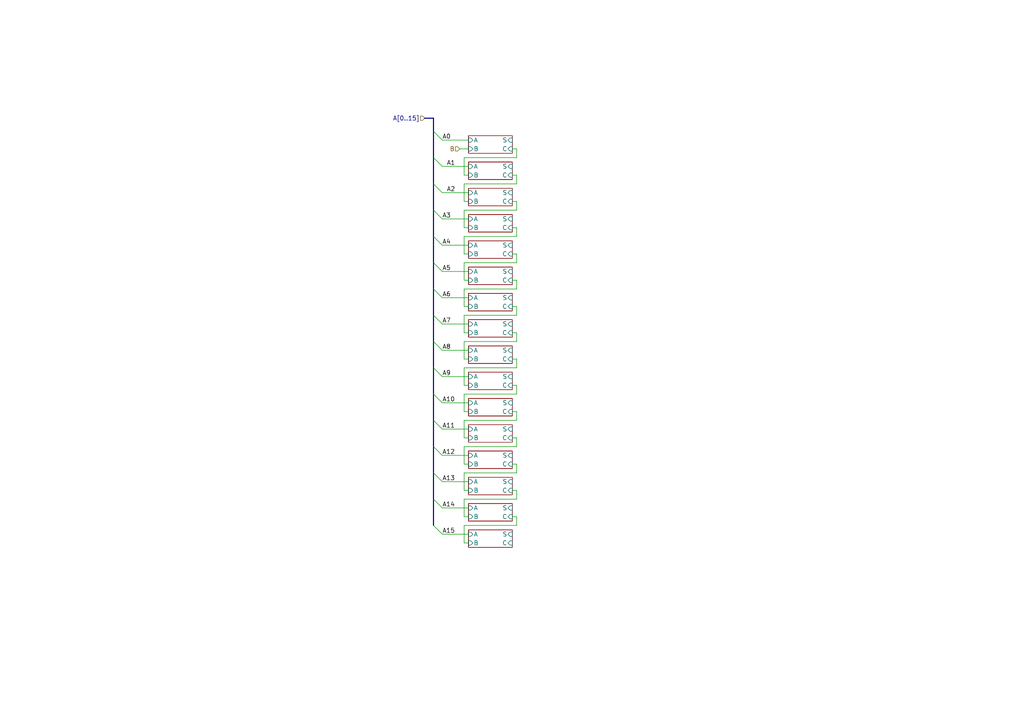
<source format=kicad_sch>
(kicad_sch
	(version 20250114)
	(generator "eeschema")
	(generator_version "9.0")
	(uuid "d715defd-84ea-46f5-81b1-e8a795572ab2")
	(paper "A4")
	(lib_symbols)
	(bus_alias "D"
		(members)
	)
	(bus_entry
		(at 125.73 60.96)
		(size 2.54 2.54)
		(stroke
			(width 0)
			(type default)
		)
		(uuid "0e3902db-c6c0-4c79-b988-32a553bceed1")
	)
	(bus_entry
		(at 125.73 114.3)
		(size 2.54 2.54)
		(stroke
			(width 0)
			(type default)
		)
		(uuid "157e249f-98bd-4e32-afdd-c78b40fefabd")
	)
	(bus_entry
		(at 125.73 53.34)
		(size 2.54 2.54)
		(stroke
			(width 0)
			(type default)
		)
		(uuid "2145514e-8da2-40b7-a47f-c37031029a62")
	)
	(bus_entry
		(at 125.73 129.54)
		(size 2.54 2.54)
		(stroke
			(width 0)
			(type default)
		)
		(uuid "3743f5ef-1720-4bee-9e4e-eabba5274507")
	)
	(bus_entry
		(at 125.73 76.2)
		(size 2.54 2.54)
		(stroke
			(width 0)
			(type default)
		)
		(uuid "37717afe-d8a8-4b1a-bda0-67db0139f4dd")
	)
	(bus_entry
		(at 125.73 152.4)
		(size 2.54 2.54)
		(stroke
			(width 0)
			(type default)
		)
		(uuid "4928cd15-87cb-45a7-ace3-7ad4f628e142")
	)
	(bus_entry
		(at 125.73 91.44)
		(size 2.54 2.54)
		(stroke
			(width 0)
			(type default)
		)
		(uuid "51b34e36-6d55-41f5-8906-41b445808ba1")
	)
	(bus_entry
		(at 125.73 144.78)
		(size 2.54 2.54)
		(stroke
			(width 0)
			(type default)
		)
		(uuid "5fad7cc1-cf9d-46e2-b26e-f5bf9f69141f")
	)
	(bus_entry
		(at 125.73 68.58)
		(size 2.54 2.54)
		(stroke
			(width 0)
			(type default)
		)
		(uuid "659aeefa-6363-44fe-ad79-100cdb936e05")
	)
	(bus_entry
		(at 125.73 137.16)
		(size 2.54 2.54)
		(stroke
			(width 0)
			(type default)
		)
		(uuid "6ee400eb-5680-4e76-b59c-82a2b95c1ed7")
	)
	(bus_entry
		(at 125.73 38.1)
		(size 2.54 2.54)
		(stroke
			(width 0)
			(type default)
		)
		(uuid "72877d26-33af-4aa5-8015-0d2d31e76c11")
	)
	(bus_entry
		(at 125.73 121.92)
		(size 2.54 2.54)
		(stroke
			(width 0)
			(type default)
		)
		(uuid "870cef4d-f8a3-4fca-b401-6b2a2aec1606")
	)
	(bus_entry
		(at 125.73 83.82)
		(size 2.54 2.54)
		(stroke
			(width 0)
			(type default)
		)
		(uuid "a1fa3a0a-ce3e-4a78-abda-23657ed0b984")
	)
	(bus_entry
		(at 125.73 99.06)
		(size 2.54 2.54)
		(stroke
			(width 0)
			(type default)
		)
		(uuid "c5684961-5815-4680-afb9-0271179b6fcf")
	)
	(bus_entry
		(at 125.73 106.68)
		(size 2.54 2.54)
		(stroke
			(width 0)
			(type default)
		)
		(uuid "d8ec2879-55e4-46be-92ad-1c0fa7998db5")
	)
	(bus_entry
		(at 125.73 45.72)
		(size 2.54 2.54)
		(stroke
			(width 0)
			(type default)
		)
		(uuid "e6da8c28-a5b0-4274-b512-1056294c9392")
	)
	(wire
		(pts
			(xy 134.62 76.2) (xy 134.62 81.28)
		)
		(stroke
			(width 0)
			(type default)
		)
		(uuid "0031803a-07b9-4ccd-9acc-c29c2ea2b641")
	)
	(wire
		(pts
			(xy 149.86 83.82) (xy 134.62 83.82)
		)
		(stroke
			(width 0)
			(type default)
		)
		(uuid "0201542c-a356-40c6-87a7-24db6f64b7df")
	)
	(wire
		(pts
			(xy 134.62 111.76) (xy 135.89 111.76)
		)
		(stroke
			(width 0)
			(type default)
		)
		(uuid "0588b992-31d6-47b0-8295-5ed2a8db5481")
	)
	(wire
		(pts
			(xy 149.86 50.8) (xy 149.86 53.34)
		)
		(stroke
			(width 0)
			(type default)
		)
		(uuid "07de1366-0661-413e-a662-8868cf693877")
	)
	(wire
		(pts
			(xy 133.35 43.18) (xy 135.89 43.18)
		)
		(stroke
			(width 0)
			(type default)
		)
		(uuid "09c70624-fd1b-49d7-81cf-728376e2e464")
	)
	(wire
		(pts
			(xy 149.86 73.66) (xy 149.86 76.2)
		)
		(stroke
			(width 0)
			(type default)
		)
		(uuid "0a927da3-8df4-4cb1-99c9-93d3f3240b0b")
	)
	(bus
		(pts
			(xy 125.73 114.3) (xy 125.73 121.92)
		)
		(stroke
			(width 0)
			(type default)
		)
		(uuid "0ba1d3af-182f-4f92-b397-a54253992447")
	)
	(wire
		(pts
			(xy 148.59 96.52) (xy 149.86 96.52)
		)
		(stroke
			(width 0)
			(type default)
		)
		(uuid "0eb01916-1441-4549-9f8b-ac42e13590b4")
	)
	(wire
		(pts
			(xy 134.62 58.42) (xy 135.89 58.42)
		)
		(stroke
			(width 0)
			(type default)
		)
		(uuid "0f35b1a3-b07d-4adc-85a9-33eaadc2dd30")
	)
	(wire
		(pts
			(xy 128.27 132.08) (xy 135.89 132.08)
		)
		(stroke
			(width 0)
			(type default)
		)
		(uuid "12ece428-5529-481c-afca-61ea1a42c814")
	)
	(wire
		(pts
			(xy 134.62 119.38) (xy 135.89 119.38)
		)
		(stroke
			(width 0)
			(type default)
		)
		(uuid "16aad01a-aca2-4476-9a7e-f652046884b6")
	)
	(wire
		(pts
			(xy 134.62 96.52) (xy 135.89 96.52)
		)
		(stroke
			(width 0)
			(type default)
		)
		(uuid "1ba06fb9-b0ad-4582-8bdd-7cb3ee352125")
	)
	(wire
		(pts
			(xy 134.62 53.34) (xy 134.62 58.42)
		)
		(stroke
			(width 0)
			(type default)
		)
		(uuid "1d6353a6-9a14-4a0e-99af-5738d6221ca9")
	)
	(bus
		(pts
			(xy 125.73 144.78) (xy 125.73 152.4)
		)
		(stroke
			(width 0)
			(type default)
		)
		(uuid "1fc50289-54bc-4bdc-b3fe-c7b5d82064d8")
	)
	(wire
		(pts
			(xy 128.27 63.5) (xy 135.89 63.5)
		)
		(stroke
			(width 0)
			(type default)
		)
		(uuid "2016b61b-8b26-43dc-bd8d-e199fbebd536")
	)
	(wire
		(pts
			(xy 134.62 152.4) (xy 134.62 157.48)
		)
		(stroke
			(width 0)
			(type default)
		)
		(uuid "202c896c-a90e-4e56-a478-57b9fa2eba86")
	)
	(wire
		(pts
			(xy 134.62 134.62) (xy 135.89 134.62)
		)
		(stroke
			(width 0)
			(type default)
		)
		(uuid "22635f08-14e8-46b4-a166-e0e22a46a0ab")
	)
	(wire
		(pts
			(xy 134.62 60.96) (xy 134.62 66.04)
		)
		(stroke
			(width 0)
			(type default)
		)
		(uuid "248a28fd-9af1-4446-a374-48a9b7e6ac46")
	)
	(wire
		(pts
			(xy 128.27 101.6) (xy 135.89 101.6)
		)
		(stroke
			(width 0)
			(type default)
		)
		(uuid "28e0a509-6238-4f88-b854-e40661b95f0f")
	)
	(wire
		(pts
			(xy 149.86 99.06) (xy 134.62 99.06)
		)
		(stroke
			(width 0)
			(type default)
		)
		(uuid "2e71ca78-bfa2-453d-8d1b-2ffa507583c8")
	)
	(wire
		(pts
			(xy 149.86 104.14) (xy 149.86 106.68)
		)
		(stroke
			(width 0)
			(type default)
		)
		(uuid "2eebba4f-0377-4b9a-8aa5-772c50d4d4c2")
	)
	(bus
		(pts
			(xy 125.73 34.29) (xy 123.19 34.29)
		)
		(stroke
			(width 0)
			(type default)
		)
		(uuid "3177af8f-478e-491b-8df7-254112f04051")
	)
	(wire
		(pts
			(xy 149.86 68.58) (xy 134.62 68.58)
		)
		(stroke
			(width 0)
			(type default)
		)
		(uuid "32c95cd8-47d1-4a11-a3c2-ec3c8d01c6cc")
	)
	(wire
		(pts
			(xy 128.27 116.84) (xy 135.89 116.84)
		)
		(stroke
			(width 0)
			(type default)
		)
		(uuid "35c2cfb2-473b-4bed-b409-5a949fb6c560")
	)
	(bus
		(pts
			(xy 125.73 91.44) (xy 125.73 99.06)
		)
		(stroke
			(width 0)
			(type default)
		)
		(uuid "35f34679-45b6-4b08-a183-f4cd182b4da6")
	)
	(wire
		(pts
			(xy 148.59 50.8) (xy 149.86 50.8)
		)
		(stroke
			(width 0)
			(type default)
		)
		(uuid "38ed369f-f78f-4c79-8267-750f3856dccb")
	)
	(wire
		(pts
			(xy 149.86 114.3) (xy 134.62 114.3)
		)
		(stroke
			(width 0)
			(type default)
		)
		(uuid "391d448d-3c21-4e18-8a41-f61795469e85")
	)
	(bus
		(pts
			(xy 125.73 68.58) (xy 125.73 76.2)
		)
		(stroke
			(width 0)
			(type default)
		)
		(uuid "3ca101e7-bf9e-4618-a3cc-8efadc8bf476")
	)
	(wire
		(pts
			(xy 149.86 53.34) (xy 134.62 53.34)
		)
		(stroke
			(width 0)
			(type default)
		)
		(uuid "3ff6ff40-3edf-4711-976b-9d168846952e")
	)
	(wire
		(pts
			(xy 149.86 60.96) (xy 134.62 60.96)
		)
		(stroke
			(width 0)
			(type default)
		)
		(uuid "43b8a003-dd71-4261-a9e2-bfe89195be1e")
	)
	(wire
		(pts
			(xy 148.59 81.28) (xy 149.86 81.28)
		)
		(stroke
			(width 0)
			(type default)
		)
		(uuid "444fb295-befc-4453-98aa-366d3533bb55")
	)
	(bus
		(pts
			(xy 125.73 129.54) (xy 125.73 137.16)
		)
		(stroke
			(width 0)
			(type default)
		)
		(uuid "45c21085-414b-4db7-87dd-c20aca692439")
	)
	(wire
		(pts
			(xy 128.27 48.26) (xy 135.89 48.26)
		)
		(stroke
			(width 0)
			(type default)
		)
		(uuid "476ae6b6-d576-4708-867c-5183472ed77b")
	)
	(wire
		(pts
			(xy 134.62 114.3) (xy 134.62 119.38)
		)
		(stroke
			(width 0)
			(type default)
		)
		(uuid "4897aafd-2e4a-4e58-9185-0bb5375986b2")
	)
	(wire
		(pts
			(xy 149.86 152.4) (xy 134.62 152.4)
		)
		(stroke
			(width 0)
			(type default)
		)
		(uuid "4b68d4de-759f-42f7-a981-68f8cee6b2c3")
	)
	(bus
		(pts
			(xy 125.73 60.96) (xy 125.73 68.58)
		)
		(stroke
			(width 0)
			(type default)
		)
		(uuid "4d174ad6-b11f-4455-9de4-0842d7f3d3a9")
	)
	(wire
		(pts
			(xy 148.59 104.14) (xy 149.86 104.14)
		)
		(stroke
			(width 0)
			(type default)
		)
		(uuid "4fae2b3b-6822-4cbe-bdf6-86bf6915c4e9")
	)
	(bus
		(pts
			(xy 125.73 83.82) (xy 125.73 91.44)
		)
		(stroke
			(width 0)
			(type default)
		)
		(uuid "4fd6bc58-73b9-4ffe-b572-fe7d32894d99")
	)
	(wire
		(pts
			(xy 128.27 109.22) (xy 135.89 109.22)
		)
		(stroke
			(width 0)
			(type default)
		)
		(uuid "563b61af-fa89-487f-9eea-30a380d06ad2")
	)
	(wire
		(pts
			(xy 149.86 142.24) (xy 149.86 144.78)
		)
		(stroke
			(width 0)
			(type default)
		)
		(uuid "5ca41508-3a2e-4b86-b615-41cc093c95f8")
	)
	(wire
		(pts
			(xy 149.86 134.62) (xy 149.86 137.16)
		)
		(stroke
			(width 0)
			(type default)
		)
		(uuid "5d235db2-a543-4d59-acd4-b9d5ffb8d574")
	)
	(wire
		(pts
			(xy 148.59 73.66) (xy 149.86 73.66)
		)
		(stroke
			(width 0)
			(type default)
		)
		(uuid "5f221d56-97b4-469d-890b-9e190198fbf8")
	)
	(wire
		(pts
			(xy 148.59 149.86) (xy 149.86 149.86)
		)
		(stroke
			(width 0)
			(type default)
		)
		(uuid "5f2fef06-43b0-41e6-9acd-e215f497a08c")
	)
	(bus
		(pts
			(xy 125.73 137.16) (xy 125.73 144.78)
		)
		(stroke
			(width 0)
			(type default)
		)
		(uuid "64076aba-3954-4f4a-820a-2e8a4cdd3b08")
	)
	(wire
		(pts
			(xy 128.27 139.7) (xy 135.89 139.7)
		)
		(stroke
			(width 0)
			(type default)
		)
		(uuid "64a25c8e-f3e0-461f-b909-094480ad33a3")
	)
	(wire
		(pts
			(xy 128.27 86.36) (xy 135.89 86.36)
		)
		(stroke
			(width 0)
			(type default)
		)
		(uuid "65676b25-333d-46d4-b4e3-029bc7f8ee3e")
	)
	(wire
		(pts
			(xy 148.59 134.62) (xy 149.86 134.62)
		)
		(stroke
			(width 0)
			(type default)
		)
		(uuid "697b45d3-50fd-4c79-ab6c-b39dc61fab52")
	)
	(wire
		(pts
			(xy 134.62 45.72) (xy 134.62 50.8)
		)
		(stroke
			(width 0)
			(type default)
		)
		(uuid "6981945f-aa92-4d9e-ab29-5c55a6ebf819")
	)
	(wire
		(pts
			(xy 134.62 142.24) (xy 135.89 142.24)
		)
		(stroke
			(width 0)
			(type default)
		)
		(uuid "6bfd71ca-616a-4818-96d8-e89986e91cc9")
	)
	(bus
		(pts
			(xy 125.73 38.1) (xy 125.73 45.72)
		)
		(stroke
			(width 0)
			(type default)
		)
		(uuid "6dd309a6-fa0d-4cb4-b883-10d8723d239a")
	)
	(bus
		(pts
			(xy 125.73 34.29) (xy 125.73 38.1)
		)
		(stroke
			(width 0)
			(type default)
		)
		(uuid "6e8be578-fd22-49a3-a1ce-c0cb2050c9e5")
	)
	(wire
		(pts
			(xy 149.86 58.42) (xy 149.86 60.96)
		)
		(stroke
			(width 0)
			(type default)
		)
		(uuid "6ee3bd88-6c15-4709-8a2c-22690f310992")
	)
	(wire
		(pts
			(xy 149.86 66.04) (xy 149.86 68.58)
		)
		(stroke
			(width 0)
			(type default)
		)
		(uuid "70978136-b5d0-4627-b728-98d5e1b8fafa")
	)
	(wire
		(pts
			(xy 148.59 142.24) (xy 149.86 142.24)
		)
		(stroke
			(width 0)
			(type default)
		)
		(uuid "72a73953-d3b7-423b-8923-12ec5ca90cd1")
	)
	(wire
		(pts
			(xy 148.59 88.9) (xy 149.86 88.9)
		)
		(stroke
			(width 0)
			(type default)
		)
		(uuid "7b46de6e-e40c-4e2e-9c96-156ba111fec4")
	)
	(wire
		(pts
			(xy 128.27 124.46) (xy 135.89 124.46)
		)
		(stroke
			(width 0)
			(type default)
		)
		(uuid "7b96433e-e636-46af-80b2-54bacac7cc81")
	)
	(wire
		(pts
			(xy 128.27 78.74) (xy 135.89 78.74)
		)
		(stroke
			(width 0)
			(type default)
		)
		(uuid "7bb5d4dd-daf4-477e-98d2-c3498a03b904")
	)
	(wire
		(pts
			(xy 149.86 144.78) (xy 134.62 144.78)
		)
		(stroke
			(width 0)
			(type default)
		)
		(uuid "7d68d526-3a35-41b2-968c-d93aea72578c")
	)
	(wire
		(pts
			(xy 134.62 121.92) (xy 134.62 127)
		)
		(stroke
			(width 0)
			(type default)
		)
		(uuid "8093f1e9-9221-4b7e-9eb4-856c8ef08079")
	)
	(wire
		(pts
			(xy 134.62 91.44) (xy 134.62 96.52)
		)
		(stroke
			(width 0)
			(type default)
		)
		(uuid "817848ed-7591-4de7-a922-8eec5683510a")
	)
	(wire
		(pts
			(xy 134.62 127) (xy 135.89 127)
		)
		(stroke
			(width 0)
			(type default)
		)
		(uuid "850fac38-c033-4d99-8497-db17af10f070")
	)
	(wire
		(pts
			(xy 149.86 149.86) (xy 149.86 152.4)
		)
		(stroke
			(width 0)
			(type default)
		)
		(uuid "86efa891-049e-4a27-807e-39f9a989c8fa")
	)
	(wire
		(pts
			(xy 134.62 157.48) (xy 135.89 157.48)
		)
		(stroke
			(width 0)
			(type default)
		)
		(uuid "8a76271e-654e-4292-a6e8-266b489c77c0")
	)
	(wire
		(pts
			(xy 134.62 149.86) (xy 135.89 149.86)
		)
		(stroke
			(width 0)
			(type default)
		)
		(uuid "8cadee2f-5529-433f-bb0f-a9aaecf94a64")
	)
	(wire
		(pts
			(xy 134.62 104.14) (xy 135.89 104.14)
		)
		(stroke
			(width 0)
			(type default)
		)
		(uuid "8de88ec7-0e3c-4117-958a-dca9a22ec0ed")
	)
	(wire
		(pts
			(xy 149.86 91.44) (xy 134.62 91.44)
		)
		(stroke
			(width 0)
			(type default)
		)
		(uuid "9134c82d-54d4-42c3-91e3-7217c607c917")
	)
	(bus
		(pts
			(xy 125.73 53.34) (xy 125.73 60.96)
		)
		(stroke
			(width 0)
			(type default)
		)
		(uuid "9542cf73-eacf-4f66-ac44-fb4f364ae259")
	)
	(wire
		(pts
			(xy 148.59 66.04) (xy 149.86 66.04)
		)
		(stroke
			(width 0)
			(type default)
		)
		(uuid "9b0c5d72-8315-49aa-8b70-241277057882")
	)
	(wire
		(pts
			(xy 134.62 50.8) (xy 135.89 50.8)
		)
		(stroke
			(width 0)
			(type default)
		)
		(uuid "9cb26f93-3aa1-4708-b259-e88ad04097a3")
	)
	(wire
		(pts
			(xy 149.86 119.38) (xy 149.86 121.92)
		)
		(stroke
			(width 0)
			(type default)
		)
		(uuid "9efc1e60-0ab6-4067-9789-d24ccab02bd2")
	)
	(wire
		(pts
			(xy 148.59 127) (xy 149.86 127)
		)
		(stroke
			(width 0)
			(type default)
		)
		(uuid "a1dddc65-c87f-42b9-ab38-2d6267fe0d81")
	)
	(wire
		(pts
			(xy 128.27 147.32) (xy 135.89 147.32)
		)
		(stroke
			(width 0)
			(type default)
		)
		(uuid "a21a37a6-f849-41b8-a3b4-8a569602b3a6")
	)
	(wire
		(pts
			(xy 128.27 154.94) (xy 135.89 154.94)
		)
		(stroke
			(width 0)
			(type default)
		)
		(uuid "a325d731-947e-4913-a108-848846e52993")
	)
	(wire
		(pts
			(xy 149.86 137.16) (xy 134.62 137.16)
		)
		(stroke
			(width 0)
			(type default)
		)
		(uuid "a8286617-ab21-4625-bba0-269c75eaaaa1")
	)
	(bus
		(pts
			(xy 125.73 45.72) (xy 125.73 53.34)
		)
		(stroke
			(width 0)
			(type default)
		)
		(uuid "a8c3db56-0d25-406d-9808-919ef4b0cbeb")
	)
	(wire
		(pts
			(xy 149.86 88.9) (xy 149.86 91.44)
		)
		(stroke
			(width 0)
			(type default)
		)
		(uuid "a8c67c43-9a9d-449c-a705-d875011a40d1")
	)
	(wire
		(pts
			(xy 134.62 83.82) (xy 134.62 88.9)
		)
		(stroke
			(width 0)
			(type default)
		)
		(uuid "a9c243b4-4a8e-4f34-8f30-b4c3d6325fc8")
	)
	(wire
		(pts
			(xy 149.86 81.28) (xy 149.86 83.82)
		)
		(stroke
			(width 0)
			(type default)
		)
		(uuid "ad8f03c0-a993-4ad3-81c4-1a493b0c5038")
	)
	(wire
		(pts
			(xy 149.86 106.68) (xy 134.62 106.68)
		)
		(stroke
			(width 0)
			(type default)
		)
		(uuid "adc692e9-1ad5-46c9-aa08-a80d9ec7659c")
	)
	(wire
		(pts
			(xy 134.62 99.06) (xy 134.62 104.14)
		)
		(stroke
			(width 0)
			(type default)
		)
		(uuid "b394878d-5021-460f-9563-658bd24d6531")
	)
	(wire
		(pts
			(xy 149.86 45.72) (xy 134.62 45.72)
		)
		(stroke
			(width 0)
			(type default)
		)
		(uuid "b3eeabed-d7a5-442c-8c7e-a16ddb60573a")
	)
	(wire
		(pts
			(xy 149.86 96.52) (xy 149.86 99.06)
		)
		(stroke
			(width 0)
			(type default)
		)
		(uuid "b854f923-1aca-4995-9170-e793d1362396")
	)
	(wire
		(pts
			(xy 134.62 129.54) (xy 134.62 134.62)
		)
		(stroke
			(width 0)
			(type default)
		)
		(uuid "ba3319a8-df47-45cf-8082-63fe0f3cd38e")
	)
	(wire
		(pts
			(xy 134.62 68.58) (xy 134.62 73.66)
		)
		(stroke
			(width 0)
			(type default)
		)
		(uuid "bd2c17c0-4bcf-4657-b373-c671fd079536")
	)
	(wire
		(pts
			(xy 134.62 88.9) (xy 135.89 88.9)
		)
		(stroke
			(width 0)
			(type default)
		)
		(uuid "bf6f43d5-88a1-404d-bab8-1271aafad807")
	)
	(wire
		(pts
			(xy 134.62 66.04) (xy 135.89 66.04)
		)
		(stroke
			(width 0)
			(type default)
		)
		(uuid "c403a3d8-763b-47ea-8e00-623b6b359090")
	)
	(wire
		(pts
			(xy 134.62 144.78) (xy 134.62 149.86)
		)
		(stroke
			(width 0)
			(type default)
		)
		(uuid "c7cca494-0448-4da8-af2a-16fca5aa2d8d")
	)
	(wire
		(pts
			(xy 149.86 43.18) (xy 149.86 45.72)
		)
		(stroke
			(width 0)
			(type default)
		)
		(uuid "c9ae7c94-7108-482a-b7c8-ba1d6ec59cda")
	)
	(wire
		(pts
			(xy 128.27 93.98) (xy 135.89 93.98)
		)
		(stroke
			(width 0)
			(type default)
		)
		(uuid "ce2b4b04-3bc0-4618-9732-6fe842919770")
	)
	(bus
		(pts
			(xy 125.73 121.92) (xy 125.73 129.54)
		)
		(stroke
			(width 0)
			(type default)
		)
		(uuid "d065359f-30d6-4e56-be1f-4530328bccf8")
	)
	(bus
		(pts
			(xy 125.73 99.06) (xy 125.73 106.68)
		)
		(stroke
			(width 0)
			(type default)
		)
		(uuid "d0cf140e-c308-4be7-b161-903dcb2fc5b6")
	)
	(wire
		(pts
			(xy 148.59 43.18) (xy 149.86 43.18)
		)
		(stroke
			(width 0)
			(type default)
		)
		(uuid "d845c4a7-196e-4705-94ca-23140e8ae810")
	)
	(wire
		(pts
			(xy 128.27 40.64) (xy 135.89 40.64)
		)
		(stroke
			(width 0)
			(type default)
		)
		(uuid "dcde8e02-da93-4c5c-84b0-24df4f942748")
	)
	(bus
		(pts
			(xy 125.73 106.68) (xy 125.73 114.3)
		)
		(stroke
			(width 0)
			(type default)
		)
		(uuid "de049aec-f256-48b6-bb14-861e8037d293")
	)
	(wire
		(pts
			(xy 134.62 73.66) (xy 135.89 73.66)
		)
		(stroke
			(width 0)
			(type default)
		)
		(uuid "e35a4c7f-aa24-4274-972a-2501235ea0f9")
	)
	(wire
		(pts
			(xy 149.86 129.54) (xy 134.62 129.54)
		)
		(stroke
			(width 0)
			(type default)
		)
		(uuid "e3d0f658-ddbd-4e01-aa23-e824f2ee4cdb")
	)
	(wire
		(pts
			(xy 149.86 76.2) (xy 134.62 76.2)
		)
		(stroke
			(width 0)
			(type default)
		)
		(uuid "e544b1fd-b635-4bdb-90bc-b961eec9274e")
	)
	(wire
		(pts
			(xy 149.86 121.92) (xy 134.62 121.92)
		)
		(stroke
			(width 0)
			(type default)
		)
		(uuid "e54eabe9-db48-4e99-a3b1-49b65ab027d1")
	)
	(wire
		(pts
			(xy 149.86 111.76) (xy 149.86 114.3)
		)
		(stroke
			(width 0)
			(type default)
		)
		(uuid "ea138e8e-7397-4611-af40-9511436c732b")
	)
	(wire
		(pts
			(xy 149.86 127) (xy 149.86 129.54)
		)
		(stroke
			(width 0)
			(type default)
		)
		(uuid "ec73d6b1-1af8-4f8f-9b5b-420a4df3660b")
	)
	(wire
		(pts
			(xy 148.59 58.42) (xy 149.86 58.42)
		)
		(stroke
			(width 0)
			(type default)
		)
		(uuid "ee7719f8-637f-48ad-93e6-b9a1277e7193")
	)
	(wire
		(pts
			(xy 128.27 55.88) (xy 135.89 55.88)
		)
		(stroke
			(width 0)
			(type default)
		)
		(uuid "efa9c4b7-cb96-48d8-9465-0a9660c43ab6")
	)
	(wire
		(pts
			(xy 148.59 111.76) (xy 149.86 111.76)
		)
		(stroke
			(width 0)
			(type default)
		)
		(uuid "f4b9353a-7840-4073-b358-d2ca7facb7c8")
	)
	(wire
		(pts
			(xy 128.27 71.12) (xy 135.89 71.12)
		)
		(stroke
			(width 0)
			(type default)
		)
		(uuid "f8461f18-a3fe-47a6-b9bf-39510e82e092")
	)
	(wire
		(pts
			(xy 134.62 81.28) (xy 135.89 81.28)
		)
		(stroke
			(width 0)
			(type default)
		)
		(uuid "f884f833-661c-4a39-b60d-39f5e2cfef7a")
	)
	(wire
		(pts
			(xy 134.62 137.16) (xy 134.62 142.24)
		)
		(stroke
			(width 0)
			(type default)
		)
		(uuid "fd2e8723-d8f4-4da0-af0f-77c68c57c4e1")
	)
	(wire
		(pts
			(xy 134.62 106.68) (xy 134.62 111.76)
		)
		(stroke
			(width 0)
			(type default)
		)
		(uuid "fd5004d0-ea4b-44e0-aea3-a01c608b0be1")
	)
	(bus
		(pts
			(xy 125.73 76.2) (xy 125.73 83.82)
		)
		(stroke
			(width 0)
			(type default)
		)
		(uuid "fe6b185a-f227-4032-a9b9-9b8cf8ce3f86")
	)
	(wire
		(pts
			(xy 148.59 119.38) (xy 149.86 119.38)
		)
		(stroke
			(width 0)
			(type default)
		)
		(uuid "fe9ae883-2a2e-43e6-b34c-aedd049f942e")
	)
	(label "A1"
		(at 129.54 48.26 0)
		(effects
			(font
				(size 1.27 1.27)
			)
			(justify left bottom)
		)
		(uuid "17208c64-3f65-48a8-8a23-64426d2e746b")
	)
	(label "A11"
		(at 128.27 124.46 0)
		(effects
			(font
				(size 1.27 1.27)
			)
			(justify left bottom)
		)
		(uuid "24e3211b-db4a-49e4-a7a5-1ad016055cb9")
	)
	(label "A7"
		(at 128.27 93.98 0)
		(effects
			(font
				(size 1.27 1.27)
			)
			(justify left bottom)
		)
		(uuid "3a2c8c33-2d64-4444-bd75-2c5d957476d7")
	)
	(label "A3"
		(at 128.27 63.5 0)
		(effects
			(font
				(size 1.27 1.27)
			)
			(justify left bottom)
		)
		(uuid "45a96374-42d6-4e88-9567-ddff6a4652f0")
	)
	(label "A0"
		(at 128.27 40.64 0)
		(effects
			(font
				(size 1.27 1.27)
			)
			(justify left bottom)
		)
		(uuid "7c486c40-11c0-4906-9f45-7583d4ce35f2")
	)
	(label "A2"
		(at 129.54 55.88 0)
		(effects
			(font
				(size 1.27 1.27)
			)
			(justify left bottom)
		)
		(uuid "88740ec1-6313-4112-83c6-d91be206bec4")
	)
	(label "A10"
		(at 128.27 116.84 0)
		(effects
			(font
				(size 1.27 1.27)
			)
			(justify left bottom)
		)
		(uuid "8efcb0c6-f744-499e-85a3-493f396409b8")
	)
	(label "A14"
		(at 128.27 147.32 0)
		(effects
			(font
				(size 1.27 1.27)
			)
			(justify left bottom)
		)
		(uuid "8f71219f-fc72-456e-b012-9380cd644d02")
	)
	(label "A4"
		(at 128.27 71.12 0)
		(effects
			(font
				(size 1.27 1.27)
			)
			(justify left bottom)
		)
		(uuid "9b847f8e-1f19-44d5-bea1-9fd3ce149fbc")
	)
	(label "A13"
		(at 128.27 139.7 0)
		(effects
			(font
				(size 1.27 1.27)
			)
			(justify left bottom)
		)
		(uuid "bcffe0b3-32ea-43f3-85f4-5a0ad1192533")
	)
	(label "A6"
		(at 128.27 86.36 0)
		(effects
			(font
				(size 1.27 1.27)
			)
			(justify left bottom)
		)
		(uuid "bd62fb42-7f6f-4d28-8b7e-5e239b618008")
	)
	(label "A9"
		(at 128.27 109.22 0)
		(effects
			(font
				(size 1.27 1.27)
			)
			(justify left bottom)
		)
		(uuid "c6d00edb-48bb-4598-b80d-56cb8acbb706")
	)
	(label "A15"
		(at 128.27 154.94 0)
		(effects
			(font
				(size 1.27 1.27)
			)
			(justify left bottom)
		)
		(uuid "d44d9339-e185-4e4e-b559-e39b2f2b6ea0")
	)
	(label "A12"
		(at 128.27 132.08 0)
		(effects
			(font
				(size 1.27 1.27)
			)
			(justify left bottom)
		)
		(uuid "da17615f-0a92-4752-8745-aae6536113b8")
	)
	(label "A5"
		(at 128.27 78.74 0)
		(effects
			(font
				(size 1.27 1.27)
			)
			(justify left bottom)
		)
		(uuid "dc4b2e11-6728-47a8-afb1-330f2f6960d5")
	)
	(label "A8"
		(at 128.27 101.6 0)
		(effects
			(font
				(size 1.27 1.27)
			)
			(justify left bottom)
		)
		(uuid "de7f6b74-7690-4cc0-becb-aae890254a60")
	)
	(hierarchical_label "A[0..15]"
		(shape input)
		(at 123.19 34.29 180)
		(effects
			(font
				(size 1.27 1.27)
			)
			(justify right)
		)
		(uuid "186e1903-4ed7-40b2-93c1-3813cfb5f554")
	)
	(hierarchical_label "B"
		(shape input)
		(at 133.35 43.18 180)
		(effects
			(font
				(size 1.27 1.27)
			)
			(justify right)
		)
		(uuid "84c2c008-c1ba-4723-ae99-5682c8d45d8d")
	)
	(sheet
		(at 135.89 138.43)
		(size 12.7 5.08)
		(exclude_from_sim no)
		(in_bom yes)
		(on_board yes)
		(dnp no)
		(fields_autoplaced yes)
		(stroke
			(width 0.1524)
			(type solid)
		)
		(fill
			(color 0 0 0 0.0000)
		)
		(uuid "02b482c5-966b-44a5-8fad-4ca94e0f1dc0")
		(property "Sheetname" "half_adder_1_14"
			(at 135.89 137.7184 0)
			(effects
				(font
					(size 1.27 1.27)
				)
				(justify left bottom)
				(hide yes)
			)
		)
		(property "Sheetfile" "half_adder_1.kicad_sch"
			(at 135.89 144.0946 0)
			(effects
				(font
					(size 1.27 1.27)
				)
				(justify left top)
				(hide yes)
			)
		)
		(pin "A" input
			(at 135.89 139.7 180)
			(uuid "94a9469d-a48a-423b-85cd-05f8ab6c44b7")
			(effects
				(font
					(size 1.27 1.27)
				)
				(justify left)
			)
		)
		(pin "B" input
			(at 135.89 142.24 180)
			(uuid "84be65f2-93a5-4033-a32d-3580b0c14a94")
			(effects
				(font
					(size 1.27 1.27)
				)
				(justify left)
			)
		)
		(pin "S" input
			(at 148.59 139.7 0)
			(uuid "2650dc0c-b95e-42ac-beb1-5b38a43d0756")
			(effects
				(font
					(size 1.27 1.27)
				)
				(justify right)
			)
		)
		(pin "C" input
			(at 148.59 142.24 0)
			(uuid "b5d9b798-b115-4da1-8f0b-20cf198b9b68")
			(effects
				(font
					(size 1.27 1.27)
				)
				(justify right)
			)
		)
		(instances
			(project "hera"
				(path "/6868e9eb-d1d4-45cb-8fc8-14949ab4307f/3c570bc0-f36e-460b-845c-8f1fe512ca10"
					(page "245")
				)
			)
		)
	)
	(sheet
		(at 135.89 100.33)
		(size 12.7 5.08)
		(exclude_from_sim no)
		(in_bom yes)
		(on_board yes)
		(dnp no)
		(fields_autoplaced yes)
		(stroke
			(width 0.1524)
			(type solid)
		)
		(fill
			(color 0 0 0 0.0000)
		)
		(uuid "1d92ffe5-c74b-4d6c-9792-31154b813fb0")
		(property "Sheetname" "half_adder_1_9"
			(at 135.89 99.6184 0)
			(effects
				(font
					(size 1.27 1.27)
				)
				(justify left bottom)
				(hide yes)
			)
		)
		(property "Sheetfile" "half_adder_1.kicad_sch"
			(at 135.89 105.9946 0)
			(effects
				(font
					(size 1.27 1.27)
				)
				(justify left top)
				(hide yes)
			)
		)
		(pin "A" input
			(at 135.89 101.6 180)
			(uuid "b71a40ed-bf3e-4584-b4ae-ecc16407d7e7")
			(effects
				(font
					(size 1.27 1.27)
				)
				(justify left)
			)
		)
		(pin "B" input
			(at 135.89 104.14 180)
			(uuid "9d9996ec-fd40-46df-894f-edd6b59ef4ba")
			(effects
				(font
					(size 1.27 1.27)
				)
				(justify left)
			)
		)
		(pin "S" input
			(at 148.59 101.6 0)
			(uuid "1b838c9e-1014-4946-9f57-76f603b579f2")
			(effects
				(font
					(size 1.27 1.27)
				)
				(justify right)
			)
		)
		(pin "C" input
			(at 148.59 104.14 0)
			(uuid "aab11bdd-7e66-4048-ba20-de2b964bd886")
			(effects
				(font
					(size 1.27 1.27)
				)
				(justify right)
			)
		)
		(instances
			(project "hera"
				(path "/6868e9eb-d1d4-45cb-8fc8-14949ab4307f/3c570bc0-f36e-460b-845c-8f1fe512ca10"
					(page "215")
				)
			)
		)
	)
	(sheet
		(at 135.89 69.85)
		(size 12.7 5.08)
		(exclude_from_sim no)
		(in_bom yes)
		(on_board yes)
		(dnp no)
		(fields_autoplaced yes)
		(stroke
			(width 0.1524)
			(type solid)
		)
		(fill
			(color 0 0 0 0.0000)
		)
		(uuid "2039f4e7-f5e6-4c83-8d20-72f45be81f03")
		(property "Sheetname" "half_adder_1_5"
			(at 135.89 69.1384 0)
			(effects
				(font
					(size 1.27 1.27)
				)
				(justify left bottom)
				(hide yes)
			)
		)
		(property "Sheetfile" "half_adder_1.kicad_sch"
			(at 135.89 75.5146 0)
			(effects
				(font
					(size 1.27 1.27)
				)
				(justify left top)
				(hide yes)
			)
		)
		(pin "A" input
			(at 135.89 71.12 180)
			(uuid "094e9d3f-3264-4e0b-b951-613a4a78021d")
			(effects
				(font
					(size 1.27 1.27)
				)
				(justify left)
			)
		)
		(pin "B" input
			(at 135.89 73.66 180)
			(uuid "7015118b-f931-4d9a-87b6-9574e1d08376")
			(effects
				(font
					(size 1.27 1.27)
				)
				(justify left)
			)
		)
		(pin "S" input
			(at 148.59 71.12 0)
			(uuid "eee65062-495f-4100-a9b6-2fe76f8bb4d2")
			(effects
				(font
					(size 1.27 1.27)
				)
				(justify right)
			)
		)
		(pin "C" input
			(at 148.59 73.66 0)
			(uuid "b1fa4192-235d-4587-a755-9238ecfafbf3")
			(effects
				(font
					(size 1.27 1.27)
				)
				(justify right)
			)
		)
		(instances
			(project "hera"
				(path "/6868e9eb-d1d4-45cb-8fc8-14949ab4307f/3c570bc0-f36e-460b-845c-8f1fe512ca10"
					(page "191")
				)
			)
		)
	)
	(sheet
		(at 135.89 85.09)
		(size 12.7 5.08)
		(exclude_from_sim no)
		(in_bom yes)
		(on_board yes)
		(dnp no)
		(fields_autoplaced yes)
		(stroke
			(width 0.1524)
			(type solid)
		)
		(fill
			(color 0 0 0 0.0000)
		)
		(uuid "28235470-9292-4ecf-bf32-ad8ec5b0014f")
		(property "Sheetname" "half_adder_1_7"
			(at 135.89 84.3784 0)
			(effects
				(font
					(size 1.27 1.27)
				)
				(justify left bottom)
				(hide yes)
			)
		)
		(property "Sheetfile" "half_adder_1.kicad_sch"
			(at 135.89 90.7546 0)
			(effects
				(font
					(size 1.27 1.27)
				)
				(justify left top)
				(hide yes)
			)
		)
		(pin "A" input
			(at 135.89 86.36 180)
			(uuid "396836a8-ebf1-4f10-b7e3-1cbb676c3a77")
			(effects
				(font
					(size 1.27 1.27)
				)
				(justify left)
			)
		)
		(pin "B" input
			(at 135.89 88.9 180)
			(uuid "3b3de0b1-75d5-40e1-91e3-5374d6f1145b")
			(effects
				(font
					(size 1.27 1.27)
				)
				(justify left)
			)
		)
		(pin "S" input
			(at 148.59 86.36 0)
			(uuid "e28bcaf7-64e4-46a9-92a6-ec9ddfbf534e")
			(effects
				(font
					(size 1.27 1.27)
				)
				(justify right)
			)
		)
		(pin "C" input
			(at 148.59 88.9 0)
			(uuid "4a2ae5ae-de9d-4123-9375-f51b01f78cb4")
			(effects
				(font
					(size 1.27 1.27)
				)
				(justify right)
			)
		)
		(instances
			(project "hera"
				(path "/6868e9eb-d1d4-45cb-8fc8-14949ab4307f/3c570bc0-f36e-460b-845c-8f1fe512ca10"
					(page "203")
				)
			)
		)
	)
	(sheet
		(at 135.89 146.05)
		(size 12.7 5.08)
		(exclude_from_sim no)
		(in_bom yes)
		(on_board yes)
		(dnp no)
		(fields_autoplaced yes)
		(stroke
			(width 0.1524)
			(type solid)
		)
		(fill
			(color 0 0 0 0.0000)
		)
		(uuid "2ea0f75e-caa7-482a-a519-5ad9e0ce3fff")
		(property "Sheetname" "half_adder_1_15"
			(at 135.89 145.3384 0)
			(effects
				(font
					(size 1.27 1.27)
				)
				(justify left bottom)
				(hide yes)
			)
		)
		(property "Sheetfile" "half_adder_1.kicad_sch"
			(at 135.89 151.7146 0)
			(effects
				(font
					(size 1.27 1.27)
				)
				(justify left top)
				(hide yes)
			)
		)
		(pin "A" input
			(at 135.89 147.32 180)
			(uuid "55013dce-a7c4-43f1-88d3-3f4b0942006b")
			(effects
				(font
					(size 1.27 1.27)
				)
				(justify left)
			)
		)
		(pin "B" input
			(at 135.89 149.86 180)
			(uuid "9fb9b558-95ba-4bcc-9571-7c56c8e4fc7b")
			(effects
				(font
					(size 1.27 1.27)
				)
				(justify left)
			)
		)
		(pin "S" input
			(at 148.59 147.32 0)
			(uuid "2da5aa19-b2f8-429a-9f89-c6e1997858f8")
			(effects
				(font
					(size 1.27 1.27)
				)
				(justify right)
			)
		)
		(pin "C" input
			(at 148.59 149.86 0)
			(uuid "8ff92f02-5167-45c8-8a49-7bc9c0ea54fe")
			(effects
				(font
					(size 1.27 1.27)
				)
				(justify right)
			)
		)
		(instances
			(project "hera"
				(path "/6868e9eb-d1d4-45cb-8fc8-14949ab4307f/3c570bc0-f36e-460b-845c-8f1fe512ca10"
					(page "251")
				)
			)
		)
	)
	(sheet
		(at 135.89 153.67)
		(size 12.7 5.08)
		(exclude_from_sim no)
		(in_bom yes)
		(on_board yes)
		(dnp no)
		(fields_autoplaced yes)
		(stroke
			(width 0.1524)
			(type solid)
		)
		(fill
			(color 0 0 0 0.0000)
		)
		(uuid "3b0b5ae8-4d79-4a9e-a17d-ebe54ed7d36d")
		(property "Sheetname" "half_adder_1_16"
			(at 135.89 152.9584 0)
			(effects
				(font
					(size 1.27 1.27)
				)
				(justify left bottom)
				(hide yes)
			)
		)
		(property "Sheetfile" "half_adder_1.kicad_sch"
			(at 135.89 159.3346 0)
			(effects
				(font
					(size 1.27 1.27)
				)
				(justify left top)
				(hide yes)
			)
		)
		(pin "A" input
			(at 135.89 154.94 180)
			(uuid "8e781de2-b1d4-4e8e-a3d9-d9afdb71ab26")
			(effects
				(font
					(size 1.27 1.27)
				)
				(justify left)
			)
		)
		(pin "B" input
			(at 135.89 157.48 180)
			(uuid "fa6d8f85-ff86-4600-89a2-f2c40ffda2a4")
			(effects
				(font
					(size 1.27 1.27)
				)
				(justify left)
			)
		)
		(pin "S" input
			(at 148.59 154.94 0)
			(uuid "16a3436c-09bd-4442-a0e8-dc63e6dea8c7")
			(effects
				(font
					(size 1.27 1.27)
				)
				(justify right)
			)
		)
		(pin "C" input
			(at 148.59 157.48 0)
			(uuid "36bf282a-9b1f-48de-a437-a6a5d60e5cf5")
			(effects
				(font
					(size 1.27 1.27)
				)
				(justify right)
			)
		)
		(instances
			(project "hera"
				(path "/6868e9eb-d1d4-45cb-8fc8-14949ab4307f/3c570bc0-f36e-460b-845c-8f1fe512ca10"
					(page "257")
				)
			)
		)
	)
	(sheet
		(at 135.89 62.23)
		(size 12.7 5.08)
		(exclude_from_sim no)
		(in_bom yes)
		(on_board yes)
		(dnp no)
		(fields_autoplaced yes)
		(stroke
			(width 0.1524)
			(type solid)
		)
		(fill
			(color 0 0 0 0.0000)
		)
		(uuid "3ef65c50-cb3a-4d59-8cb5-bca6a09c85ed")
		(property "Sheetname" "half_adder_1_4"
			(at 135.89 61.5184 0)
			(effects
				(font
					(size 1.27 1.27)
				)
				(justify left bottom)
				(hide yes)
			)
		)
		(property "Sheetfile" "half_adder_1.kicad_sch"
			(at 135.89 67.8946 0)
			(effects
				(font
					(size 1.27 1.27)
				)
				(justify left top)
				(hide yes)
			)
		)
		(pin "A" input
			(at 135.89 63.5 180)
			(uuid "8891cb12-b339-4607-891f-a80dd87b66aa")
			(effects
				(font
					(size 1.27 1.27)
				)
				(justify left)
			)
		)
		(pin "B" input
			(at 135.89 66.04 180)
			(uuid "e77c5386-e64a-49e8-8454-ecd065e98b15")
			(effects
				(font
					(size 1.27 1.27)
				)
				(justify left)
			)
		)
		(pin "S" input
			(at 148.59 63.5 0)
			(uuid "04a18864-9ba8-4129-8943-fbafa846cc90")
			(effects
				(font
					(size 1.27 1.27)
				)
				(justify right)
			)
		)
		(pin "C" input
			(at 148.59 66.04 0)
			(uuid "ef3840ed-af71-4876-ba0a-0da4f9c43b36")
			(effects
				(font
					(size 1.27 1.27)
				)
				(justify right)
			)
		)
		(instances
			(project "hera"
				(path "/6868e9eb-d1d4-45cb-8fc8-14949ab4307f/3c570bc0-f36e-460b-845c-8f1fe512ca10"
					(page "185")
				)
			)
		)
	)
	(sheet
		(at 135.89 77.47)
		(size 12.7 5.08)
		(exclude_from_sim no)
		(in_bom yes)
		(on_board yes)
		(dnp no)
		(fields_autoplaced yes)
		(stroke
			(width 0.1524)
			(type solid)
		)
		(fill
			(color 0 0 0 0.0000)
		)
		(uuid "54e43fb8-cd0b-483b-901b-da293540c9ff")
		(property "Sheetname" "half_adder_1_6"
			(at 135.89 76.7584 0)
			(effects
				(font
					(size 1.27 1.27)
				)
				(justify left bottom)
				(hide yes)
			)
		)
		(property "Sheetfile" "half_adder_1.kicad_sch"
			(at 135.89 83.1346 0)
			(effects
				(font
					(size 1.27 1.27)
				)
				(justify left top)
				(hide yes)
			)
		)
		(pin "A" input
			(at 135.89 78.74 180)
			(uuid "1915e454-cb2c-43a2-884f-b46abb754d51")
			(effects
				(font
					(size 1.27 1.27)
				)
				(justify left)
			)
		)
		(pin "B" input
			(at 135.89 81.28 180)
			(uuid "dc382e1e-5762-43b3-8eaa-35c1062e22b2")
			(effects
				(font
					(size 1.27 1.27)
				)
				(justify left)
			)
		)
		(pin "S" input
			(at 148.59 78.74 0)
			(uuid "7023cffc-e19b-4fa7-a264-e928fe8d22e0")
			(effects
				(font
					(size 1.27 1.27)
				)
				(justify right)
			)
		)
		(pin "C" input
			(at 148.59 81.28 0)
			(uuid "eb5b63be-a8df-470b-b3f2-abce8ec2206e")
			(effects
				(font
					(size 1.27 1.27)
				)
				(justify right)
			)
		)
		(instances
			(project "hera"
				(path "/6868e9eb-d1d4-45cb-8fc8-14949ab4307f/3c570bc0-f36e-460b-845c-8f1fe512ca10"
					(page "197")
				)
			)
		)
	)
	(sheet
		(at 135.89 92.71)
		(size 12.7 5.08)
		(exclude_from_sim no)
		(in_bom yes)
		(on_board yes)
		(dnp no)
		(fields_autoplaced yes)
		(stroke
			(width 0.1524)
			(type solid)
		)
		(fill
			(color 0 0 0 0.0000)
		)
		(uuid "66ed9de2-b64f-4f2a-b407-288b39a83d6f")
		(property "Sheetname" "half_adder_1_8"
			(at 135.89 91.9984 0)
			(effects
				(font
					(size 1.27 1.27)
				)
				(justify left bottom)
				(hide yes)
			)
		)
		(property "Sheetfile" "half_adder_1.kicad_sch"
			(at 135.89 98.3746 0)
			(effects
				(font
					(size 1.27 1.27)
				)
				(justify left top)
				(hide yes)
			)
		)
		(pin "A" input
			(at 135.89 93.98 180)
			(uuid "e42cf28a-9837-4149-bd10-d15d8a340bc9")
			(effects
				(font
					(size 1.27 1.27)
				)
				(justify left)
			)
		)
		(pin "B" input
			(at 135.89 96.52 180)
			(uuid "7b8bc9fe-baa6-4a89-b216-45775bd5840d")
			(effects
				(font
					(size 1.27 1.27)
				)
				(justify left)
			)
		)
		(pin "S" input
			(at 148.59 93.98 0)
			(uuid "e0683b3c-6b95-4d83-aa92-f52fdb6c9ffa")
			(effects
				(font
					(size 1.27 1.27)
				)
				(justify right)
			)
		)
		(pin "C" input
			(at 148.59 96.52 0)
			(uuid "3c6be044-a569-459f-be05-12c1c73f11e4")
			(effects
				(font
					(size 1.27 1.27)
				)
				(justify right)
			)
		)
		(instances
			(project "hera"
				(path "/6868e9eb-d1d4-45cb-8fc8-14949ab4307f/3c570bc0-f36e-460b-845c-8f1fe512ca10"
					(page "209")
				)
			)
		)
	)
	(sheet
		(at 135.89 115.57)
		(size 12.7 5.08)
		(exclude_from_sim no)
		(in_bom yes)
		(on_board yes)
		(dnp no)
		(fields_autoplaced yes)
		(stroke
			(width 0.1524)
			(type solid)
		)
		(fill
			(color 0 0 0 0.0000)
		)
		(uuid "76b4f05b-be31-4b2c-8e43-5ae30f704c8e")
		(property "Sheetname" "half_adder_1_11"
			(at 135.89 114.8584 0)
			(effects
				(font
					(size 1.27 1.27)
				)
				(justify left bottom)
				(hide yes)
			)
		)
		(property "Sheetfile" "half_adder_1.kicad_sch"
			(at 135.89 121.2346 0)
			(effects
				(font
					(size 1.27 1.27)
				)
				(justify left top)
				(hide yes)
			)
		)
		(pin "A" input
			(at 135.89 116.84 180)
			(uuid "9687fa74-5a88-4159-bebc-e2b9f833c2c0")
			(effects
				(font
					(size 1.27 1.27)
				)
				(justify left)
			)
		)
		(pin "B" input
			(at 135.89 119.38 180)
			(uuid "66b89587-8516-4271-a3fb-2b3e602d9a7f")
			(effects
				(font
					(size 1.27 1.27)
				)
				(justify left)
			)
		)
		(pin "S" input
			(at 148.59 116.84 0)
			(uuid "74a84026-e074-4193-b9c6-d8a8397374bf")
			(effects
				(font
					(size 1.27 1.27)
				)
				(justify right)
			)
		)
		(pin "C" input
			(at 148.59 119.38 0)
			(uuid "39e78eed-d013-4dfc-a816-a0a72938db5c")
			(effects
				(font
					(size 1.27 1.27)
				)
				(justify right)
			)
		)
		(instances
			(project "hera"
				(path "/6868e9eb-d1d4-45cb-8fc8-14949ab4307f/3c570bc0-f36e-460b-845c-8f1fe512ca10"
					(page "227")
				)
			)
		)
	)
	(sheet
		(at 135.89 54.61)
		(size 12.7 5.08)
		(exclude_from_sim no)
		(in_bom yes)
		(on_board yes)
		(dnp no)
		(fields_autoplaced yes)
		(stroke
			(width 0.1524)
			(type solid)
		)
		(fill
			(color 0 0 0 0.0000)
		)
		(uuid "8d117448-fe0d-4fda-9663-4e000518d70b")
		(property "Sheetname" "half_adder_1_3"
			(at 135.89 53.8984 0)
			(effects
				(font
					(size 1.27 1.27)
				)
				(justify left bottom)
				(hide yes)
			)
		)
		(property "Sheetfile" "half_adder_1.kicad_sch"
			(at 135.89 60.2746 0)
			(effects
				(font
					(size 1.27 1.27)
				)
				(justify left top)
				(hide yes)
			)
		)
		(pin "A" input
			(at 135.89 55.88 180)
			(uuid "bcf1f554-22e9-4707-b3a4-32c4bea7e84d")
			(effects
				(font
					(size 1.27 1.27)
				)
				(justify left)
			)
		)
		(pin "B" input
			(at 135.89 58.42 180)
			(uuid "aca1e8fa-6b83-468e-bf17-2f29dfa90c0b")
			(effects
				(font
					(size 1.27 1.27)
				)
				(justify left)
			)
		)
		(pin "S" input
			(at 148.59 55.88 0)
			(uuid "fc0a9439-0260-4bc1-bcb3-4bb370719dd9")
			(effects
				(font
					(size 1.27 1.27)
				)
				(justify right)
			)
		)
		(pin "C" input
			(at 148.59 58.42 0)
			(uuid "0e07c5fb-34c1-41c2-b9ce-4b1e487c65b8")
			(effects
				(font
					(size 1.27 1.27)
				)
				(justify right)
			)
		)
		(instances
			(project "hera"
				(path "/6868e9eb-d1d4-45cb-8fc8-14949ab4307f/3c570bc0-f36e-460b-845c-8f1fe512ca10"
					(page "179")
				)
			)
		)
	)
	(sheet
		(at 135.89 39.37)
		(size 12.7 5.08)
		(exclude_from_sim no)
		(in_bom yes)
		(on_board yes)
		(dnp no)
		(fields_autoplaced yes)
		(stroke
			(width 0.1524)
			(type solid)
		)
		(fill
			(color 0 0 0 0.0000)
		)
		(uuid "cba4841c-fb3c-4467-856b-608a68a65e18")
		(property "Sheetname" "half_adder_1_1"
			(at 135.89 38.6584 0)
			(effects
				(font
					(size 1.27 1.27)
				)
				(justify left bottom)
				(hide yes)
			)
		)
		(property "Sheetfile" "half_adder_1.kicad_sch"
			(at 135.89 45.0346 0)
			(effects
				(font
					(size 1.27 1.27)
				)
				(justify left top)
				(hide yes)
			)
		)
		(pin "A" input
			(at 135.89 40.64 180)
			(uuid "b885ce76-210a-47c7-b5a2-d1f07a202297")
			(effects
				(font
					(size 1.27 1.27)
				)
				(justify left)
			)
		)
		(pin "B" input
			(at 135.89 43.18 180)
			(uuid "3c42c492-7854-40fe-96b9-82509c57797f")
			(effects
				(font
					(size 1.27 1.27)
				)
				(justify left)
			)
		)
		(pin "S" input
			(at 148.59 40.64 0)
			(uuid "62471f83-a255-4f94-b252-9c51bbbb9f68")
			(effects
				(font
					(size 1.27 1.27)
				)
				(justify right)
			)
		)
		(pin "C" input
			(at 148.59 43.18 0)
			(uuid "602b56d6-71f4-498b-8757-55a4c011e3a2")
			(effects
				(font
					(size 1.27 1.27)
				)
				(justify right)
			)
		)
		(instances
			(project "hera"
				(path "/6868e9eb-d1d4-45cb-8fc8-14949ab4307f/3c570bc0-f36e-460b-845c-8f1fe512ca10"
					(page "166")
				)
			)
		)
	)
	(sheet
		(at 135.89 123.19)
		(size 12.7 5.08)
		(exclude_from_sim no)
		(in_bom yes)
		(on_board yes)
		(dnp no)
		(fields_autoplaced yes)
		(stroke
			(width 0.1524)
			(type solid)
		)
		(fill
			(color 0 0 0 0.0000)
		)
		(uuid "d2c9d330-dbaf-4535-94d3-aee39ceb2820")
		(property "Sheetname" "half_adder_1_12"
			(at 135.89 122.4784 0)
			(effects
				(font
					(size 1.27 1.27)
				)
				(justify left bottom)
				(hide yes)
			)
		)
		(property "Sheetfile" "half_adder_1.kicad_sch"
			(at 135.89 128.8546 0)
			(effects
				(font
					(size 1.27 1.27)
				)
				(justify left top)
				(hide yes)
			)
		)
		(pin "A" input
			(at 135.89 124.46 180)
			(uuid "e8182ac2-fe28-4918-b711-98de78dacca2")
			(effects
				(font
					(size 1.27 1.27)
				)
				(justify left)
			)
		)
		(pin "B" input
			(at 135.89 127 180)
			(uuid "98f6ab7c-efc7-482c-a060-4a0ecdef9d58")
			(effects
				(font
					(size 1.27 1.27)
				)
				(justify left)
			)
		)
		(pin "S" input
			(at 148.59 124.46 0)
			(uuid "05163a34-aed6-43dc-bd00-8638813f86c8")
			(effects
				(font
					(size 1.27 1.27)
				)
				(justify right)
			)
		)
		(pin "C" input
			(at 148.59 127 0)
			(uuid "567ea7b3-0527-4ba8-80c0-b9926195a44a")
			(effects
				(font
					(size 1.27 1.27)
				)
				(justify right)
			)
		)
		(instances
			(project "hera"
				(path "/6868e9eb-d1d4-45cb-8fc8-14949ab4307f/3c570bc0-f36e-460b-845c-8f1fe512ca10"
					(page "233")
				)
			)
		)
	)
	(sheet
		(at 135.89 130.81)
		(size 12.7 5.08)
		(exclude_from_sim no)
		(in_bom yes)
		(on_board yes)
		(dnp no)
		(fields_autoplaced yes)
		(stroke
			(width 0.1524)
			(type solid)
		)
		(fill
			(color 0 0 0 0.0000)
		)
		(uuid "e44ef52d-2f54-4411-b547-4937048578a8")
		(property "Sheetname" "half_adder_1_13"
			(at 135.89 130.0984 0)
			(effects
				(font
					(size 1.27 1.27)
				)
				(justify left bottom)
				(hide yes)
			)
		)
		(property "Sheetfile" "half_adder_1.kicad_sch"
			(at 135.89 136.4746 0)
			(effects
				(font
					(size 1.27 1.27)
				)
				(justify left top)
				(hide yes)
			)
		)
		(pin "A" input
			(at 135.89 132.08 180)
			(uuid "e9af026a-b7f5-4199-802a-66b89a98bd7c")
			(effects
				(font
					(size 1.27 1.27)
				)
				(justify left)
			)
		)
		(pin "B" input
			(at 135.89 134.62 180)
			(uuid "07365113-b7ac-4942-892e-67cbf12c06a9")
			(effects
				(font
					(size 1.27 1.27)
				)
				(justify left)
			)
		)
		(pin "S" input
			(at 148.59 132.08 0)
			(uuid "5880bb28-8cf6-4102-9145-c7b349e5d94e")
			(effects
				(font
					(size 1.27 1.27)
				)
				(justify right)
			)
		)
		(pin "C" input
			(at 148.59 134.62 0)
			(uuid "a249a70a-4d00-47a0-a025-010bac8976d7")
			(effects
				(font
					(size 1.27 1.27)
				)
				(justify right)
			)
		)
		(instances
			(project "hera"
				(path "/6868e9eb-d1d4-45cb-8fc8-14949ab4307f/3c570bc0-f36e-460b-845c-8f1fe512ca10"
					(page "239")
				)
			)
		)
	)
	(sheet
		(at 135.89 46.99)
		(size 12.7 5.08)
		(exclude_from_sim no)
		(in_bom yes)
		(on_board yes)
		(dnp no)
		(fields_autoplaced yes)
		(stroke
			(width 0.1524)
			(type solid)
		)
		(fill
			(color 0 0 0 0.0000)
		)
		(uuid "f84b0090-af4f-4ad0-8844-345400eaa29f")
		(property "Sheetname" "half_adder_1_2"
			(at 135.89 46.2784 0)
			(effects
				(font
					(size 1.27 1.27)
				)
				(justify left bottom)
				(hide yes)
			)
		)
		(property "Sheetfile" "half_adder_1.kicad_sch"
			(at 135.89 52.6546 0)
			(effects
				(font
					(size 1.27 1.27)
				)
				(justify left top)
				(hide yes)
			)
		)
		(pin "A" input
			(at 135.89 48.26 180)
			(uuid "da5dc8c3-9818-44b8-8712-bcf8e399ee4e")
			(effects
				(font
					(size 1.27 1.27)
				)
				(justify left)
			)
		)
		(pin "B" input
			(at 135.89 50.8 180)
			(uuid "720def46-1d8d-4b40-b637-7f656744d05b")
			(effects
				(font
					(size 1.27 1.27)
				)
				(justify left)
			)
		)
		(pin "S" input
			(at 148.59 48.26 0)
			(uuid "dd0f9a8b-d1ff-40b2-a22c-5c560d41aeba")
			(effects
				(font
					(size 1.27 1.27)
				)
				(justify right)
			)
		)
		(pin "C" input
			(at 148.59 50.8 0)
			(uuid "abc03f52-1eba-49c3-beb1-2dba8a66f87c")
			(effects
				(font
					(size 1.27 1.27)
				)
				(justify right)
			)
		)
		(instances
			(project "hera"
				(path "/6868e9eb-d1d4-45cb-8fc8-14949ab4307f/3c570bc0-f36e-460b-845c-8f1fe512ca10"
					(page "173")
				)
			)
		)
	)
	(sheet
		(at 135.89 107.95)
		(size 12.7 5.08)
		(exclude_from_sim no)
		(in_bom yes)
		(on_board yes)
		(dnp no)
		(fields_autoplaced yes)
		(stroke
			(width 0.1524)
			(type solid)
		)
		(fill
			(color 0 0 0 0.0000)
		)
		(uuid "fc34c981-0000-4619-8422-31d2cdeb1137")
		(property "Sheetname" "half_adder_1_10"
			(at 135.89 107.2384 0)
			(effects
				(font
					(size 1.27 1.27)
				)
				(justify left bottom)
				(hide yes)
			)
		)
		(property "Sheetfile" "half_adder_1.kicad_sch"
			(at 135.89 113.6146 0)
			(effects
				(font
					(size 1.27 1.27)
				)
				(justify left top)
				(hide yes)
			)
		)
		(pin "A" input
			(at 135.89 109.22 180)
			(uuid "30c7e4f1-09ec-4ae1-947d-5ea7fc2f828b")
			(effects
				(font
					(size 1.27 1.27)
				)
				(justify left)
			)
		)
		(pin "B" input
			(at 135.89 111.76 180)
			(uuid "1178ce04-070e-496e-99f5-0a764cccd4e3")
			(effects
				(font
					(size 1.27 1.27)
				)
				(justify left)
			)
		)
		(pin "S" input
			(at 148.59 109.22 0)
			(uuid "ae1d843a-b9d4-4346-bb57-793da3e9146d")
			(effects
				(font
					(size 1.27 1.27)
				)
				(justify right)
			)
		)
		(pin "C" input
			(at 148.59 111.76 0)
			(uuid "625f6639-41f4-44c9-877d-f6456836e471")
			(effects
				(font
					(size 1.27 1.27)
				)
				(justify right)
			)
		)
		(instances
			(project "hera"
				(path "/6868e9eb-d1d4-45cb-8fc8-14949ab4307f/3c570bc0-f36e-460b-845c-8f1fe512ca10"
					(page "221")
				)
			)
		)
	)
)

</source>
